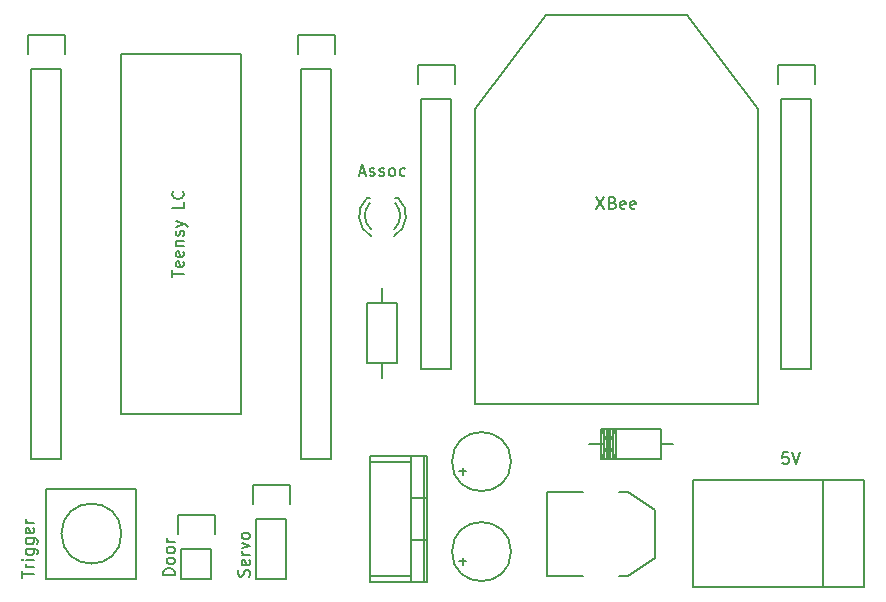
<source format=gto>
G04 #@! TF.FileFunction,Legend,Top*
%FSLAX46Y46*%
G04 Gerber Fmt 4.6, Leading zero omitted, Abs format (unit mm)*
G04 Created by KiCad (PCBNEW (2015-05-10 BZR 5649)-product) date Thursday, May 21, 2015 'PMt' 11:43:20 PM*
%MOMM*%
G01*
G04 APERTURE LIST*
%ADD10C,0.100000*%
%ADD11C,0.150000*%
G04 APERTURE END LIST*
D10*
D11*
X167010080Y-172504100D02*
X167609520Y-172504100D01*
X167309800Y-172803820D02*
X167309800Y-172204380D01*
X171409360Y-171704000D02*
G75*
G03X171409360Y-171704000I-2499360J0D01*
G01*
X167010080Y-164884100D02*
X167609520Y-164884100D01*
X167309800Y-165183820D02*
X167309800Y-164584380D01*
X171409360Y-164084000D02*
G75*
G03X171409360Y-164084000I-2499360J0D01*
G01*
X197802500Y-174680880D02*
X197802500Y-165679120D01*
X201302620Y-174680880D02*
X201302620Y-165679120D01*
X201302620Y-165679120D02*
X186801760Y-165679120D01*
X186801760Y-165679120D02*
X186801760Y-174680880D01*
X186801760Y-174680880D02*
X201302620Y-174680880D01*
X159248000Y-141756000D02*
X159468000Y-141756000D01*
X161848000Y-141756000D02*
X161598000Y-141756000D01*
X161486072Y-145009424D02*
G75*
G03X161848000Y-141756000I-958072J1753424D01*
G01*
X161509528Y-144398935D02*
G75*
G03X161618000Y-142216000I-981528J1142935D01*
G01*
X159221274Y-141768780D02*
G75*
G03X159568000Y-145006000I1306726J-1497220D01*
G01*
X159453482Y-142208188D02*
G75*
G03X159588000Y-144426000I1074518J-1047812D01*
G01*
X184150000Y-162557460D02*
X185166000Y-162557460D01*
X179324000Y-162557460D02*
X178054000Y-162557460D01*
X179578000Y-161287460D02*
X179578000Y-163827460D01*
X179832000Y-161287460D02*
X179832000Y-163827460D01*
X180086000Y-161287460D02*
X180086000Y-163827460D01*
X179324000Y-161287460D02*
X179324000Y-163827460D01*
X180340000Y-161287460D02*
X179070000Y-163827460D01*
X179070000Y-161287460D02*
X180340000Y-163827460D01*
X180340000Y-161287460D02*
X180340000Y-163827460D01*
X179705000Y-161287460D02*
X179705000Y-163827460D01*
X179070000Y-163827460D02*
X179070000Y-161287460D01*
X179070000Y-161287460D02*
X184150000Y-161287460D01*
X184150000Y-161287460D02*
X184150000Y-163827460D01*
X184150000Y-163827460D02*
X179070000Y-163827460D01*
X174340000Y-126240000D02*
X168340000Y-134240000D01*
X168340000Y-134240000D02*
X174340000Y-126240000D01*
X174340000Y-126240000D02*
X186340000Y-126240000D01*
X192340000Y-134240000D02*
X186340000Y-126240000D01*
X192340000Y-134240000D02*
X192340000Y-159240000D01*
X168340000Y-159240000D02*
X192340000Y-159240000D01*
X168340000Y-159240000D02*
X168340000Y-156240000D01*
X168340000Y-134240000D02*
X168340000Y-156240000D01*
X168340000Y-156240000D02*
X168340000Y-134240000D01*
X146050000Y-171450000D02*
X146050000Y-173990000D01*
X146330000Y-168630000D02*
X146330000Y-170180000D01*
X146050000Y-171450000D02*
X143510000Y-171450000D01*
X143230000Y-170180000D02*
X143230000Y-168630000D01*
X143230000Y-168630000D02*
X146330000Y-168630000D01*
X143510000Y-171450000D02*
X143510000Y-173990000D01*
X143510000Y-173990000D02*
X146050000Y-173990000D01*
X149860000Y-168910000D02*
X149860000Y-173990000D01*
X149860000Y-173990000D02*
X152400000Y-173990000D01*
X152400000Y-173990000D02*
X152400000Y-168910000D01*
X152680000Y-166090000D02*
X152680000Y-167640000D01*
X152400000Y-168910000D02*
X149860000Y-168910000D01*
X149580000Y-167640000D02*
X149580000Y-166090000D01*
X149580000Y-166090000D02*
X152680000Y-166090000D01*
X166370000Y-133350000D02*
X166370000Y-156210000D01*
X166370000Y-156210000D02*
X163830000Y-156210000D01*
X163830000Y-156210000D02*
X163830000Y-133350000D01*
X166650000Y-130530000D02*
X166650000Y-132080000D01*
X166370000Y-133350000D02*
X163830000Y-133350000D01*
X163550000Y-132080000D02*
X163550000Y-130530000D01*
X163550000Y-130530000D02*
X166650000Y-130530000D01*
X196850000Y-133350000D02*
X196850000Y-156210000D01*
X196850000Y-156210000D02*
X194310000Y-156210000D01*
X194310000Y-156210000D02*
X194310000Y-133350000D01*
X197130000Y-130530000D02*
X197130000Y-132080000D01*
X196850000Y-133350000D02*
X194310000Y-133350000D01*
X194030000Y-132080000D02*
X194030000Y-130530000D01*
X194030000Y-130530000D02*
X197130000Y-130530000D01*
X130810000Y-130810000D02*
X130810000Y-163830000D01*
X130810000Y-163830000D02*
X133350000Y-163830000D01*
X133350000Y-163830000D02*
X133350000Y-130810000D01*
X133630000Y-127990000D02*
X133630000Y-129540000D01*
X133350000Y-130810000D02*
X130810000Y-130810000D01*
X130530000Y-129540000D02*
X130530000Y-127990000D01*
X130530000Y-127990000D02*
X133630000Y-127990000D01*
X153670000Y-130810000D02*
X153670000Y-163830000D01*
X153670000Y-163830000D02*
X156210000Y-163830000D01*
X156210000Y-163830000D02*
X156210000Y-130810000D01*
X156490000Y-127990000D02*
X156490000Y-129540000D01*
X156210000Y-130810000D02*
X153670000Y-130810000D01*
X153390000Y-129540000D02*
X153390000Y-127990000D01*
X153390000Y-127990000D02*
X156490000Y-127990000D01*
X162941000Y-173736000D02*
X159512000Y-173736000D01*
X162941000Y-164084000D02*
X159512000Y-164084000D01*
X164084000Y-174244000D02*
X164084000Y-163576000D01*
X163068000Y-170688000D02*
X164338000Y-170688000D01*
X163068000Y-167132000D02*
X164338000Y-167132000D01*
X162941000Y-163576000D02*
X162941000Y-174244000D01*
X159512000Y-174244000D02*
X159512000Y-163576000D01*
X164338000Y-163576000D02*
X159512000Y-163576000D01*
X164338000Y-174244000D02*
X159512000Y-174244000D01*
X164338000Y-174244000D02*
X164338000Y-163576000D01*
X159258000Y-155702000D02*
X159258000Y-150622000D01*
X159258000Y-150622000D02*
X161798000Y-150622000D01*
X161798000Y-150622000D02*
X161798000Y-155702000D01*
X161798000Y-155702000D02*
X159258000Y-155702000D01*
X160528000Y-155702000D02*
X160528000Y-156972000D01*
X160528000Y-150622000D02*
X160528000Y-149352000D01*
X138430000Y-170180000D02*
G75*
G03X138430000Y-170180000I-2540000J0D01*
G01*
X132080000Y-166370000D02*
X139700000Y-166370000D01*
X139700000Y-166370000D02*
X139700000Y-173990000D01*
X139700000Y-173990000D02*
X132080000Y-173990000D01*
X132080000Y-166370000D02*
X132080000Y-173990000D01*
X177546000Y-166624000D02*
X174498000Y-166624000D01*
X174498000Y-166624000D02*
X174498000Y-173736000D01*
X174498000Y-173736000D02*
X177546000Y-173736000D01*
X180594000Y-166624000D02*
X181356000Y-166624000D01*
X181356000Y-166624000D02*
X183642000Y-168148000D01*
X183642000Y-168148000D02*
X183642000Y-172212000D01*
X183642000Y-172212000D02*
X181356000Y-173736000D01*
X181356000Y-173736000D02*
X180594000Y-173736000D01*
X148590000Y-129540000D02*
X148590000Y-160020000D01*
X148590000Y-160020000D02*
X138430000Y-160020000D01*
X138430000Y-160020000D02*
X138430000Y-129540000D01*
X138430000Y-129540000D02*
X148590000Y-129540000D01*
X194881524Y-163282381D02*
X194405333Y-163282381D01*
X194357714Y-163758571D01*
X194405333Y-163710952D01*
X194500571Y-163663333D01*
X194738667Y-163663333D01*
X194833905Y-163710952D01*
X194881524Y-163758571D01*
X194929143Y-163853810D01*
X194929143Y-164091905D01*
X194881524Y-164187143D01*
X194833905Y-164234762D01*
X194738667Y-164282381D01*
X194500571Y-164282381D01*
X194405333Y-164234762D01*
X194357714Y-164187143D01*
X195214857Y-163282381D02*
X195548190Y-164282381D01*
X195881524Y-163282381D01*
X158599428Y-139612667D02*
X159075619Y-139612667D01*
X158504190Y-139898381D02*
X158837523Y-138898381D01*
X159170857Y-139898381D01*
X159456571Y-139850762D02*
X159551809Y-139898381D01*
X159742285Y-139898381D01*
X159837524Y-139850762D01*
X159885143Y-139755524D01*
X159885143Y-139707905D01*
X159837524Y-139612667D01*
X159742285Y-139565048D01*
X159599428Y-139565048D01*
X159504190Y-139517429D01*
X159456571Y-139422190D01*
X159456571Y-139374571D01*
X159504190Y-139279333D01*
X159599428Y-139231714D01*
X159742285Y-139231714D01*
X159837524Y-139279333D01*
X160266095Y-139850762D02*
X160361333Y-139898381D01*
X160551809Y-139898381D01*
X160647048Y-139850762D01*
X160694667Y-139755524D01*
X160694667Y-139707905D01*
X160647048Y-139612667D01*
X160551809Y-139565048D01*
X160408952Y-139565048D01*
X160313714Y-139517429D01*
X160266095Y-139422190D01*
X160266095Y-139374571D01*
X160313714Y-139279333D01*
X160408952Y-139231714D01*
X160551809Y-139231714D01*
X160647048Y-139279333D01*
X161266095Y-139898381D02*
X161170857Y-139850762D01*
X161123238Y-139803143D01*
X161075619Y-139707905D01*
X161075619Y-139422190D01*
X161123238Y-139326952D01*
X161170857Y-139279333D01*
X161266095Y-139231714D01*
X161408953Y-139231714D01*
X161504191Y-139279333D01*
X161551810Y-139326952D01*
X161599429Y-139422190D01*
X161599429Y-139707905D01*
X161551810Y-139803143D01*
X161504191Y-139850762D01*
X161408953Y-139898381D01*
X161266095Y-139898381D01*
X162456572Y-139850762D02*
X162361334Y-139898381D01*
X162170857Y-139898381D01*
X162075619Y-139850762D01*
X162028000Y-139803143D01*
X161980381Y-139707905D01*
X161980381Y-139422190D01*
X162028000Y-139326952D01*
X162075619Y-139279333D01*
X162170857Y-139231714D01*
X162361334Y-139231714D01*
X162456572Y-139279333D01*
X178649524Y-141692381D02*
X179316191Y-142692381D01*
X179316191Y-141692381D02*
X178649524Y-142692381D01*
X180030477Y-142168571D02*
X180173334Y-142216190D01*
X180220953Y-142263810D01*
X180268572Y-142359048D01*
X180268572Y-142501905D01*
X180220953Y-142597143D01*
X180173334Y-142644762D01*
X180078096Y-142692381D01*
X179697143Y-142692381D01*
X179697143Y-141692381D01*
X180030477Y-141692381D01*
X180125715Y-141740000D01*
X180173334Y-141787619D01*
X180220953Y-141882857D01*
X180220953Y-141978095D01*
X180173334Y-142073333D01*
X180125715Y-142120952D01*
X180030477Y-142168571D01*
X179697143Y-142168571D01*
X181078096Y-142644762D02*
X180982858Y-142692381D01*
X180792381Y-142692381D01*
X180697143Y-142644762D01*
X180649524Y-142549524D01*
X180649524Y-142168571D01*
X180697143Y-142073333D01*
X180792381Y-142025714D01*
X180982858Y-142025714D01*
X181078096Y-142073333D01*
X181125715Y-142168571D01*
X181125715Y-142263810D01*
X180649524Y-142359048D01*
X181935239Y-142644762D02*
X181840001Y-142692381D01*
X181649524Y-142692381D01*
X181554286Y-142644762D01*
X181506667Y-142549524D01*
X181506667Y-142168571D01*
X181554286Y-142073333D01*
X181649524Y-142025714D01*
X181840001Y-142025714D01*
X181935239Y-142073333D01*
X181982858Y-142168571D01*
X181982858Y-142263810D01*
X181506667Y-142359048D01*
X142946381Y-173688191D02*
X141946381Y-173688191D01*
X141946381Y-173450096D01*
X141994000Y-173307238D01*
X142089238Y-173212000D01*
X142184476Y-173164381D01*
X142374952Y-173116762D01*
X142517810Y-173116762D01*
X142708286Y-173164381D01*
X142803524Y-173212000D01*
X142898762Y-173307238D01*
X142946381Y-173450096D01*
X142946381Y-173688191D01*
X142946381Y-172545334D02*
X142898762Y-172640572D01*
X142851143Y-172688191D01*
X142755905Y-172735810D01*
X142470190Y-172735810D01*
X142374952Y-172688191D01*
X142327333Y-172640572D01*
X142279714Y-172545334D01*
X142279714Y-172402476D01*
X142327333Y-172307238D01*
X142374952Y-172259619D01*
X142470190Y-172212000D01*
X142755905Y-172212000D01*
X142851143Y-172259619D01*
X142898762Y-172307238D01*
X142946381Y-172402476D01*
X142946381Y-172545334D01*
X142946381Y-171640572D02*
X142898762Y-171735810D01*
X142851143Y-171783429D01*
X142755905Y-171831048D01*
X142470190Y-171831048D01*
X142374952Y-171783429D01*
X142327333Y-171735810D01*
X142279714Y-171640572D01*
X142279714Y-171497714D01*
X142327333Y-171402476D01*
X142374952Y-171354857D01*
X142470190Y-171307238D01*
X142755905Y-171307238D01*
X142851143Y-171354857D01*
X142898762Y-171402476D01*
X142946381Y-171497714D01*
X142946381Y-171640572D01*
X142946381Y-170878667D02*
X142279714Y-170878667D01*
X142470190Y-170878667D02*
X142374952Y-170831048D01*
X142327333Y-170783429D01*
X142279714Y-170688191D01*
X142279714Y-170592952D01*
X149248762Y-173815143D02*
X149296381Y-173672286D01*
X149296381Y-173434190D01*
X149248762Y-173338952D01*
X149201143Y-173291333D01*
X149105905Y-173243714D01*
X149010667Y-173243714D01*
X148915429Y-173291333D01*
X148867810Y-173338952D01*
X148820190Y-173434190D01*
X148772571Y-173624667D01*
X148724952Y-173719905D01*
X148677333Y-173767524D01*
X148582095Y-173815143D01*
X148486857Y-173815143D01*
X148391619Y-173767524D01*
X148344000Y-173719905D01*
X148296381Y-173624667D01*
X148296381Y-173386571D01*
X148344000Y-173243714D01*
X149248762Y-172434190D02*
X149296381Y-172529428D01*
X149296381Y-172719905D01*
X149248762Y-172815143D01*
X149153524Y-172862762D01*
X148772571Y-172862762D01*
X148677333Y-172815143D01*
X148629714Y-172719905D01*
X148629714Y-172529428D01*
X148677333Y-172434190D01*
X148772571Y-172386571D01*
X148867810Y-172386571D01*
X148963048Y-172862762D01*
X149296381Y-171958000D02*
X148629714Y-171958000D01*
X148820190Y-171958000D02*
X148724952Y-171910381D01*
X148677333Y-171862762D01*
X148629714Y-171767524D01*
X148629714Y-171672285D01*
X148629714Y-171434190D02*
X149296381Y-171196095D01*
X148629714Y-170957999D01*
X149296381Y-170434190D02*
X149248762Y-170529428D01*
X149201143Y-170577047D01*
X149105905Y-170624666D01*
X148820190Y-170624666D01*
X148724952Y-170577047D01*
X148677333Y-170529428D01*
X148629714Y-170434190D01*
X148629714Y-170291332D01*
X148677333Y-170196094D01*
X148724952Y-170148475D01*
X148820190Y-170100856D01*
X149105905Y-170100856D01*
X149201143Y-170148475D01*
X149248762Y-170196094D01*
X149296381Y-170291332D01*
X149296381Y-170434190D01*
X130008381Y-173926191D02*
X130008381Y-173354762D01*
X131008381Y-173640477D02*
X130008381Y-173640477D01*
X131008381Y-173021429D02*
X130341714Y-173021429D01*
X130532190Y-173021429D02*
X130436952Y-172973810D01*
X130389333Y-172926191D01*
X130341714Y-172830953D01*
X130341714Y-172735714D01*
X131008381Y-172402381D02*
X130341714Y-172402381D01*
X130008381Y-172402381D02*
X130056000Y-172450000D01*
X130103619Y-172402381D01*
X130056000Y-172354762D01*
X130008381Y-172402381D01*
X130103619Y-172402381D01*
X130341714Y-171497619D02*
X131151238Y-171497619D01*
X131246476Y-171545238D01*
X131294095Y-171592857D01*
X131341714Y-171688096D01*
X131341714Y-171830953D01*
X131294095Y-171926191D01*
X130960762Y-171497619D02*
X131008381Y-171592857D01*
X131008381Y-171783334D01*
X130960762Y-171878572D01*
X130913143Y-171926191D01*
X130817905Y-171973810D01*
X130532190Y-171973810D01*
X130436952Y-171926191D01*
X130389333Y-171878572D01*
X130341714Y-171783334D01*
X130341714Y-171592857D01*
X130389333Y-171497619D01*
X130341714Y-170592857D02*
X131151238Y-170592857D01*
X131246476Y-170640476D01*
X131294095Y-170688095D01*
X131341714Y-170783334D01*
X131341714Y-170926191D01*
X131294095Y-171021429D01*
X130960762Y-170592857D02*
X131008381Y-170688095D01*
X131008381Y-170878572D01*
X130960762Y-170973810D01*
X130913143Y-171021429D01*
X130817905Y-171069048D01*
X130532190Y-171069048D01*
X130436952Y-171021429D01*
X130389333Y-170973810D01*
X130341714Y-170878572D01*
X130341714Y-170688095D01*
X130389333Y-170592857D01*
X130960762Y-169735714D02*
X131008381Y-169830952D01*
X131008381Y-170021429D01*
X130960762Y-170116667D01*
X130865524Y-170164286D01*
X130484571Y-170164286D01*
X130389333Y-170116667D01*
X130341714Y-170021429D01*
X130341714Y-169830952D01*
X130389333Y-169735714D01*
X130484571Y-169688095D01*
X130579810Y-169688095D01*
X130675048Y-170164286D01*
X131008381Y-169259524D02*
X130341714Y-169259524D01*
X130532190Y-169259524D02*
X130436952Y-169211905D01*
X130389333Y-169164286D01*
X130341714Y-169069048D01*
X130341714Y-168973809D01*
X142708381Y-148446667D02*
X142708381Y-147875238D01*
X143708381Y-148160953D02*
X142708381Y-148160953D01*
X143660762Y-147160952D02*
X143708381Y-147256190D01*
X143708381Y-147446667D01*
X143660762Y-147541905D01*
X143565524Y-147589524D01*
X143184571Y-147589524D01*
X143089333Y-147541905D01*
X143041714Y-147446667D01*
X143041714Y-147256190D01*
X143089333Y-147160952D01*
X143184571Y-147113333D01*
X143279810Y-147113333D01*
X143375048Y-147589524D01*
X143660762Y-146303809D02*
X143708381Y-146399047D01*
X143708381Y-146589524D01*
X143660762Y-146684762D01*
X143565524Y-146732381D01*
X143184571Y-146732381D01*
X143089333Y-146684762D01*
X143041714Y-146589524D01*
X143041714Y-146399047D01*
X143089333Y-146303809D01*
X143184571Y-146256190D01*
X143279810Y-146256190D01*
X143375048Y-146732381D01*
X143041714Y-145827619D02*
X143708381Y-145827619D01*
X143136952Y-145827619D02*
X143089333Y-145780000D01*
X143041714Y-145684762D01*
X143041714Y-145541904D01*
X143089333Y-145446666D01*
X143184571Y-145399047D01*
X143708381Y-145399047D01*
X143660762Y-144970476D02*
X143708381Y-144875238D01*
X143708381Y-144684762D01*
X143660762Y-144589523D01*
X143565524Y-144541904D01*
X143517905Y-144541904D01*
X143422667Y-144589523D01*
X143375048Y-144684762D01*
X143375048Y-144827619D01*
X143327429Y-144922857D01*
X143232190Y-144970476D01*
X143184571Y-144970476D01*
X143089333Y-144922857D01*
X143041714Y-144827619D01*
X143041714Y-144684762D01*
X143089333Y-144589523D01*
X143041714Y-144208571D02*
X143708381Y-143970476D01*
X143041714Y-143732380D02*
X143708381Y-143970476D01*
X143946476Y-144065714D01*
X143994095Y-144113333D01*
X144041714Y-144208571D01*
X143708381Y-142113332D02*
X143708381Y-142589523D01*
X142708381Y-142589523D01*
X143613143Y-141208570D02*
X143660762Y-141256189D01*
X143708381Y-141399046D01*
X143708381Y-141494284D01*
X143660762Y-141637142D01*
X143565524Y-141732380D01*
X143470286Y-141779999D01*
X143279810Y-141827618D01*
X143136952Y-141827618D01*
X142946476Y-141779999D01*
X142851238Y-141732380D01*
X142756000Y-141637142D01*
X142708381Y-141494284D01*
X142708381Y-141399046D01*
X142756000Y-141256189D01*
X142803619Y-141208570D01*
M02*

</source>
